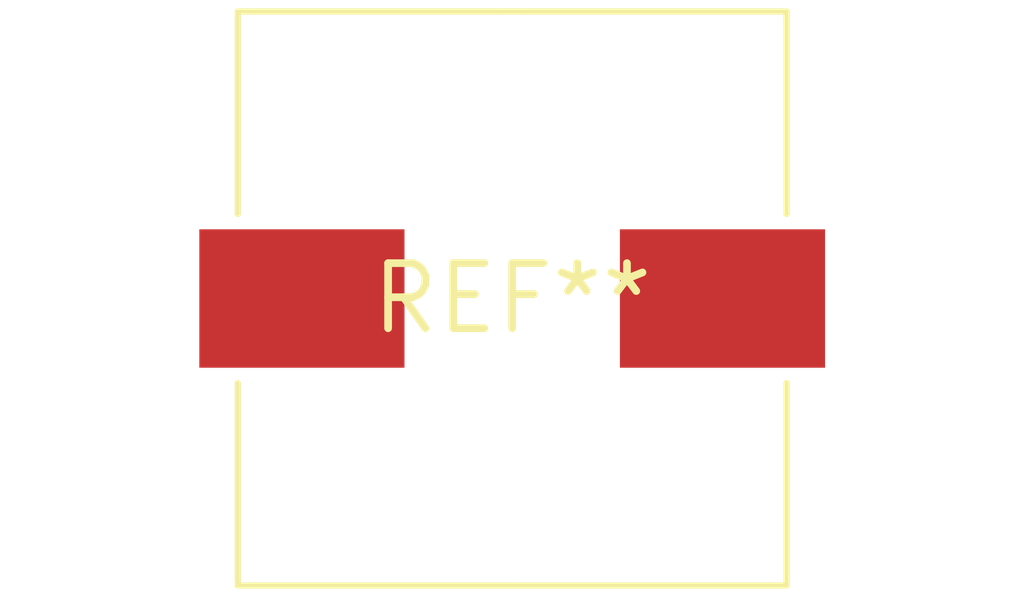
<source format=kicad_pcb>
(kicad_pcb (version 20240108) (generator pcbnew)
  (layers (0 "F.Cu" signal) (31 "B.Cu" signal) (34 "B.Paste" user) (35 "F.Paste" user) (36 "B.SilkS" user "B.Silkscreen") (37 "F.SilkS" user "F.Silkscreen") (38 "B.Mask" user) (39 "F.Mask" user) (44 "Edge.Cuts" user))
  (net 0 "")
  (footprint "L_Wuerth_HCM-1190" (layer "F.Cu") (at 0 0)
    (property "Reference" "REF**")
    (property "Value" "L_Wuerth_HCM-1190")
    (fp_line (start -5.35 -5.6) (end 0 -5.6) (layer "F.SilkS") (stroke (width 0.12)))
    (fp_line (start -5.35 -1.65) (end -5.35 -5.6) (layer "F.SilkS") (stroke (width 0.12)))
    (fp_line (start -5.35 1.65) (end -5.35 5.6) (layer "F.SilkS") (stroke (width 0.12)))
    (fp_line (start -5.35 5.6) (end 0 5.6) (layer "F.SilkS") (stroke (width 0.12)))
    (fp_line (start 5.35 -5.6) (end 0 -5.6) (layer "F.SilkS") (stroke (width 0.12)))
    (fp_line (start 5.35 -1.65) (end 5.35 -5.6) (layer "F.SilkS") (stroke (width 0.12)))
    (fp_line (start 5.35 1.65) (end 5.35 5.6) (layer "F.SilkS") (stroke (width 0.12)))
    (fp_line (start 5.35 5.6) (end 0 5.6) (layer "F.SilkS") (stroke (width 0.12)))
    (pad "1" smd rect (at -4.1 0) (size 4 2.7) (layers "F.Cu" "F.Paste" "F.Mask"))
    (pad "2" smd rect (at 4.1 0) (size 4 2.7) (layers "F.Cu" "F.Paste" "F.Mask"))
  )
)
</source>
